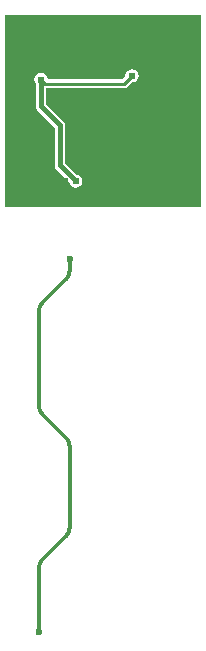
<source format=gbl>
G04 Layer_Physical_Order=2*
G04 Layer_Color=16711680*
%FSLAX24Y24*%
%MOIN*%
G70*
G01*
G75*
%ADD10C,0.0118*%
%ADD30C,0.0118*%
%ADD33C,0.0150*%
%ADD34C,0.0100*%
%ADD36C,0.0240*%
%ADD37C,0.0236*%
%ADD38C,0.0260*%
G36*
X3247Y-2800D02*
X-3300D01*
X-3300Y3607D01*
X3247D01*
Y-2800D01*
D02*
G37*
%LPC*%
G36*
X940Y1804D02*
X854Y1787D01*
X781Y1739D01*
X733Y1666D01*
X716Y1580D01*
X717Y1573D01*
X617Y1473D01*
X-1879D01*
X-1891Y1533D01*
X-1940Y1606D01*
X-2013Y1655D01*
X-2098Y1672D01*
X-2184Y1655D01*
X-2257Y1606D01*
X-2306Y1533D01*
X-2323Y1448D01*
X-2306Y1362D01*
X-2277Y1319D01*
Y567D01*
X-2263Y498D01*
X-2225Y440D01*
X-1638Y-146D01*
Y-1411D01*
X-1624Y-1479D01*
X-1586Y-1537D01*
X-1157Y-1965D01*
X-1147Y-2016D01*
X-1099Y-2089D01*
X-1026Y-2137D01*
X-940Y-2154D01*
X-854Y-2137D01*
X-781Y-2089D01*
X-733Y-2016D01*
X-716Y-1930D01*
X-733Y-1844D01*
X-781Y-1771D01*
X-854Y-1723D01*
X-905Y-1713D01*
X-1281Y-1337D01*
Y-72D01*
X-1281Y-72D01*
X-1295Y-4D01*
X-1333Y54D01*
X-1920Y640D01*
Y1167D01*
X680D01*
X739Y1179D01*
X788Y1212D01*
X933Y1357D01*
X940Y1356D01*
X1026Y1373D01*
X1099Y1421D01*
X1147Y1494D01*
X1164Y1580D01*
X1147Y1666D01*
X1099Y1739D01*
X1026Y1787D01*
X940Y1804D01*
D02*
G37*
%LPD*%
D10*
X-1263Y-13768D02*
G03*
X-1147Y-13490I-278J278D01*
G01*
X-2056Y-14556D02*
G03*
X-2171Y-14834I278J-278D01*
G01*
X-1147Y-10759D02*
G03*
X-1255Y-10500I-367J0D01*
G01*
X-2171Y-9421D02*
G03*
X-2056Y-9699I394J0D01*
G01*
Y-5993D02*
G03*
X-2171Y-6271I278J-278D01*
G01*
X-1265Y-5208D02*
G03*
X-1147Y-4923I-285J285D01*
G01*
X-1147Y-13490D02*
Y-13490D01*
X-1274Y-10481D02*
X-1255Y-10500D01*
X-2171Y-6271D02*
Y-6271D01*
D30*
X-1147Y-4539D02*
X-1147Y-4921D01*
X-1147Y-13490D02*
X-1147Y-10759D01*
X-2056Y-9699D02*
X-1274Y-10481D01*
X-2171Y-9421D02*
X-2171Y-6271D01*
X-2056Y-5993D02*
X-1265Y-5208D01*
X-2171Y-16960D02*
Y-14834D01*
X-2056Y-14556D02*
X-1263Y-13768D01*
D33*
X-1459Y-1411D02*
X-940Y-1930D01*
X-2098Y567D02*
Y1448D01*
Y567D02*
X-1459Y-72D01*
Y-1411D02*
Y-72D01*
D34*
X-2098Y1448D02*
X-1971Y1320D01*
X680D01*
X940Y1580D01*
D36*
X980Y3490D02*
D03*
X3130D02*
D03*
X-240Y1590D02*
D03*
X-2130Y2920D02*
D03*
X-3160D02*
D03*
X-2070Y1790D02*
D03*
X-270Y2920D02*
D03*
X-240Y3490D02*
D03*
X-1530D02*
D03*
X-3160D02*
D03*
X-1150Y1560D02*
D03*
X-2790Y-80D02*
D03*
X3130Y-1690D02*
D03*
X2030D02*
D03*
X3130Y-530D02*
D03*
X2400D02*
D03*
X3130Y140D02*
D03*
X2950Y1280D02*
D03*
X1940Y2410D02*
D03*
X3130Y2920D02*
D03*
X940Y2010D02*
D03*
X1550Y2340D02*
D03*
X1220D02*
D03*
X980Y2920D02*
D03*
X-3160Y1490D02*
D03*
X-2098Y1448D02*
D03*
X-2720Y1150D02*
D03*
X940Y1580D02*
D03*
X-1310Y-1940D02*
D03*
X2750Y-940D02*
D03*
X-940Y-1930D02*
D03*
X-1180Y-1181D02*
D03*
X-2620Y750D02*
D03*
X2590Y680D02*
D03*
Y1010D02*
D03*
X2372Y138D02*
D03*
X-3160Y-1380D02*
D03*
X-2240Y-2610D02*
D03*
X-1070D02*
D03*
X-3160D02*
D03*
X2020D02*
D03*
X3130D02*
D03*
D37*
X-1147Y-4539D02*
D03*
X-2171Y-16960D02*
D03*
D38*
X709Y-709D02*
D03*
X236D02*
D03*
X-236D02*
D03*
X-709D02*
D03*
X709Y-236D02*
D03*
X236D02*
D03*
X-236D02*
D03*
X-709D02*
D03*
X709Y236D02*
D03*
X236D02*
D03*
X-236D02*
D03*
X-709D02*
D03*
X709Y709D02*
D03*
X236D02*
D03*
X-236D02*
D03*
X-709D02*
D03*
M02*

</source>
